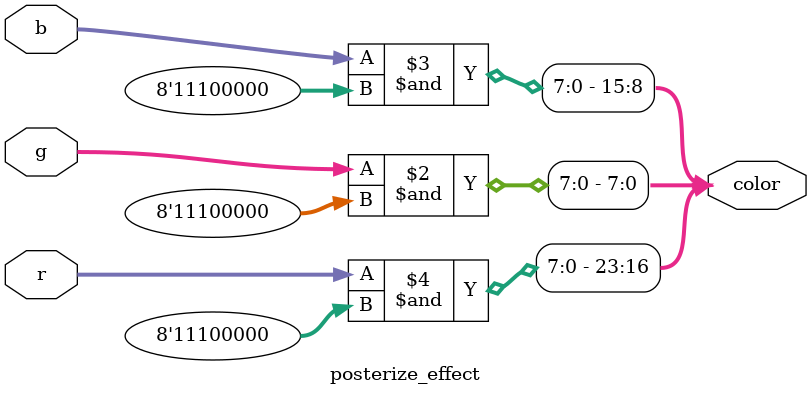
<source format=v>
`timescale 1ns / 1ps

module posterize_effect (
  input [7:0] g, // Green component
  input [7:0] b, // Blue component
  input [7:0] r, // Red component
  output reg [23:0] color // Posterized output
);

  always @* begin
    color = {(r & 8'hE0), (b & 8'hE0), (g & 8'hE0)};
  end

endmodule



</source>
